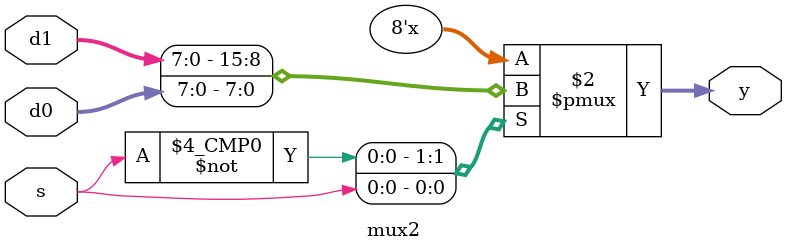
<source format=sv>
module mux2 #(parameter WIDTH = 8)
             (input  [WIDTH-1:0] d0, d1, 
              input              s, 
              output [WIDTH-1:0] y);
// fill in guts
// s   y
// 0   d0
// 1   d1
always_comb begin
    case(s)
	    0: y = d1;
	    1: y = d0;
    endcase
end

endmodule



</source>
